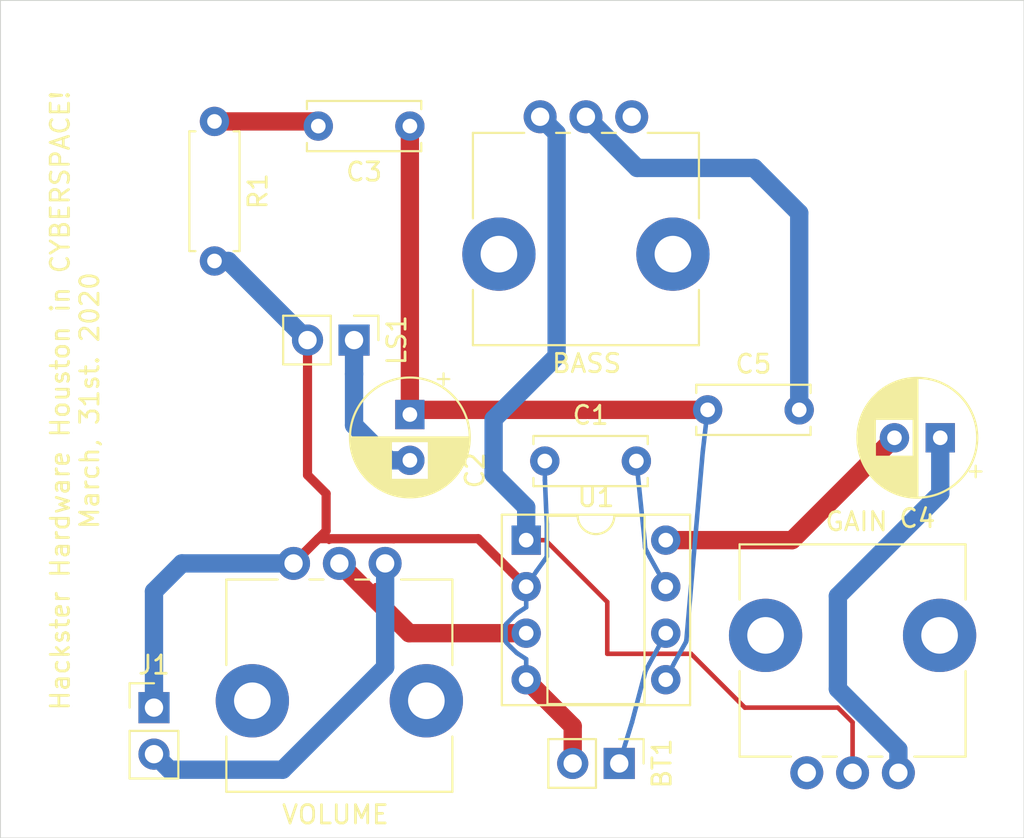
<source format=kicad_pcb>
(kicad_pcb (version 20171130) (host pcbnew 5.1.5-52549c5~84~ubuntu18.04.1)

  (general
    (thickness 1.6)
    (drawings 5)
    (tracks 111)
    (zones 0)
    (modules 13)
    (nets 15)
  )

  (page A4)
  (layers
    (0 F.Cu signal)
    (31 B.Cu signal)
    (32 B.Adhes user)
    (33 F.Adhes user)
    (34 B.Paste user)
    (35 F.Paste user)
    (36 B.SilkS user)
    (37 F.SilkS user)
    (38 B.Mask user)
    (39 F.Mask user)
    (40 Dwgs.User user)
    (41 Cmts.User user)
    (42 Eco1.User user)
    (43 Eco2.User user)
    (44 Edge.Cuts user)
    (45 Margin user)
    (46 B.CrtYd user)
    (47 F.CrtYd user)
    (48 B.Fab user)
    (49 F.Fab user)
  )

  (setup
    (last_trace_width 0.25)
    (user_trace_width 0.5)
    (user_trace_width 1)
    (user_trace_width 3)
    (trace_clearance 0.2)
    (zone_clearance 0.508)
    (zone_45_only no)
    (trace_min 0.2)
    (via_size 0.8)
    (via_drill 0.4)
    (via_min_size 0.4)
    (via_min_drill 0.3)
    (uvia_size 0.3)
    (uvia_drill 0.1)
    (uvias_allowed no)
    (uvia_min_size 0.2)
    (uvia_min_drill 0.1)
    (edge_width 0.05)
    (segment_width 0.2)
    (pcb_text_width 0.3)
    (pcb_text_size 1.5 1.5)
    (mod_edge_width 0.12)
    (mod_text_size 1 1)
    (mod_text_width 0.15)
    (pad_size 1.524 1.524)
    (pad_drill 0.762)
    (pad_to_mask_clearance 0.051)
    (solder_mask_min_width 0.25)
    (aux_axis_origin 0 0)
    (visible_elements FFFFFF7F)
    (pcbplotparams
      (layerselection 0x010fc_ffffffff)
      (usegerberextensions false)
      (usegerberattributes false)
      (usegerberadvancedattributes false)
      (creategerberjobfile false)
      (excludeedgelayer true)
      (linewidth 0.100000)
      (plotframeref false)
      (viasonmask false)
      (mode 1)
      (useauxorigin false)
      (hpglpennumber 1)
      (hpglpenspeed 20)
      (hpglpendiameter 15.000000)
      (psnegative false)
      (psa4output false)
      (plotreference true)
      (plotvalue true)
      (plotinvisibletext false)
      (padsonsilk false)
      (subtractmaskfromsilk false)
      (outputformat 1)
      (mirror false)
      (drillshape 0)
      (scaleselection 1)
      (outputdirectory "gerber/"))
  )

  (net 0 "")
  (net 1 "Net-(BT1-Pad1)")
  (net 2 GND)
  (net 3 "Net-(C1-Pad2)")
  (net 4 "Net-(C2-Pad1)")
  (net 5 "Net-(C2-Pad2)")
  (net 6 "Net-(C3-Pad2)")
  (net 7 "Net-(C4-Pad2)")
  (net 8 "Net-(C4-Pad1)")
  (net 9 "Net-(J1-Pad2)")
  (net 10 "Net-(BASE1-Pad3)")
  (net 11 "Net-(BASE1-Pad2)")
  (net 12 "Net-(BASE1-Pad1)")
  (net 13 "Net-(GAIN1-Pad3)")
  (net 14 "Net-(U1-Pad3)")

  (net_class Default "This is the default net class."
    (clearance 0.2)
    (trace_width 0.25)
    (via_dia 0.8)
    (via_drill 0.4)
    (uvia_dia 0.3)
    (uvia_drill 0.1)
    (add_net GND)
    (add_net "Net-(BASE1-Pad1)")
    (add_net "Net-(BASE1-Pad2)")
    (add_net "Net-(BASE1-Pad3)")
    (add_net "Net-(BT1-Pad1)")
    (add_net "Net-(C1-Pad2)")
    (add_net "Net-(C2-Pad1)")
    (add_net "Net-(C2-Pad2)")
    (add_net "Net-(C3-Pad2)")
    (add_net "Net-(C4-Pad1)")
    (add_net "Net-(C4-Pad2)")
    (add_net "Net-(GAIN1-Pad3)")
    (add_net "Net-(J1-Pad2)")
    (add_net "Net-(U1-Pad3)")
  )

  (module Connector_PinHeader_2.54mm:PinHeader_1x02_P2.54mm_Vertical (layer F.Cu) (tedit 59FED5CC) (tstamp 5E7B6103)
    (at 236.982 138.176 270)
    (descr "Through hole straight pin header, 1x02, 2.54mm pitch, single row")
    (tags "Through hole pin header THT 1x02 2.54mm single row")
    (path /5E7A4476)
    (fp_text reference BT1 (at 0 -2.33 90) (layer F.SilkS)
      (effects (font (size 1 1) (thickness 0.15)))
    )
    (fp_text value Battery (at 0 4.87 90) (layer F.Fab)
      (effects (font (size 1 1) (thickness 0.15)))
    )
    (fp_line (start -0.635 -1.27) (end 1.27 -1.27) (layer F.Fab) (width 0.1))
    (fp_line (start 1.27 -1.27) (end 1.27 3.81) (layer F.Fab) (width 0.1))
    (fp_line (start 1.27 3.81) (end -1.27 3.81) (layer F.Fab) (width 0.1))
    (fp_line (start -1.27 3.81) (end -1.27 -0.635) (layer F.Fab) (width 0.1))
    (fp_line (start -1.27 -0.635) (end -0.635 -1.27) (layer F.Fab) (width 0.1))
    (fp_line (start -1.33 3.87) (end 1.33 3.87) (layer F.SilkS) (width 0.12))
    (fp_line (start -1.33 1.27) (end -1.33 3.87) (layer F.SilkS) (width 0.12))
    (fp_line (start 1.33 1.27) (end 1.33 3.87) (layer F.SilkS) (width 0.12))
    (fp_line (start -1.33 1.27) (end 1.33 1.27) (layer F.SilkS) (width 0.12))
    (fp_line (start -1.33 0) (end -1.33 -1.33) (layer F.SilkS) (width 0.12))
    (fp_line (start -1.33 -1.33) (end 0 -1.33) (layer F.SilkS) (width 0.12))
    (fp_line (start -1.8 -1.8) (end -1.8 4.35) (layer F.CrtYd) (width 0.05))
    (fp_line (start -1.8 4.35) (end 1.8 4.35) (layer F.CrtYd) (width 0.05))
    (fp_line (start 1.8 4.35) (end 1.8 -1.8) (layer F.CrtYd) (width 0.05))
    (fp_line (start 1.8 -1.8) (end -1.8 -1.8) (layer F.CrtYd) (width 0.05))
    (fp_text user %R (at 0 1.27) (layer F.Fab)
      (effects (font (size 1 1) (thickness 0.15)))
    )
    (pad 1 thru_hole rect (at 0 0 270) (size 1.7 1.7) (drill 1) (layers *.Cu *.Mask)
      (net 1 "Net-(BT1-Pad1)"))
    (pad 2 thru_hole oval (at 0 2.54 270) (size 1.7 1.7) (drill 1) (layers *.Cu *.Mask)
      (net 2 GND))
    (model ${KISYS3DMOD}/Connector_PinHeader_2.54mm.3dshapes/PinHeader_1x02_P2.54mm_Vertical.wrl
      (at (xyz 0 0 0))
      (scale (xyz 1 1 1))
      (rotate (xyz 0 0 0))
    )
  )

  (module Capacitor_THT:C_Disc_D6.0mm_W2.5mm_P5.00mm (layer F.Cu) (tedit 5AE50EF0) (tstamp 5E7B5ED1)
    (at 232.918 121.666)
    (descr "C, Disc series, Radial, pin pitch=5.00mm, , diameter*width=6*2.5mm^2, Capacitor, http://cdn-reichelt.de/documents/datenblatt/B300/DS_KERKO_TC.pdf")
    (tags "C Disc series Radial pin pitch 5.00mm  diameter 6mm width 2.5mm Capacitor")
    (path /5E7DA7E6)
    (fp_text reference C1 (at 2.5 -2.5) (layer F.SilkS)
      (effects (font (size 1 1) (thickness 0.15)))
    )
    (fp_text value 100nF (at 2.5 2.5) (layer F.Fab)
      (effects (font (size 1 1) (thickness 0.15)))
    )
    (fp_text user %R (at 2.5 0) (layer F.Fab)
      (effects (font (size 1 1) (thickness 0.15)))
    )
    (fp_line (start 6.05 -1.5) (end -1.05 -1.5) (layer F.CrtYd) (width 0.05))
    (fp_line (start 6.05 1.5) (end 6.05 -1.5) (layer F.CrtYd) (width 0.05))
    (fp_line (start -1.05 1.5) (end 6.05 1.5) (layer F.CrtYd) (width 0.05))
    (fp_line (start -1.05 -1.5) (end -1.05 1.5) (layer F.CrtYd) (width 0.05))
    (fp_line (start 5.62 0.925) (end 5.62 1.37) (layer F.SilkS) (width 0.12))
    (fp_line (start 5.62 -1.37) (end 5.62 -0.925) (layer F.SilkS) (width 0.12))
    (fp_line (start -0.62 0.925) (end -0.62 1.37) (layer F.SilkS) (width 0.12))
    (fp_line (start -0.62 -1.37) (end -0.62 -0.925) (layer F.SilkS) (width 0.12))
    (fp_line (start -0.62 1.37) (end 5.62 1.37) (layer F.SilkS) (width 0.12))
    (fp_line (start -0.62 -1.37) (end 5.62 -1.37) (layer F.SilkS) (width 0.12))
    (fp_line (start 5.5 -1.25) (end -0.5 -1.25) (layer F.Fab) (width 0.1))
    (fp_line (start 5.5 1.25) (end 5.5 -1.25) (layer F.Fab) (width 0.1))
    (fp_line (start -0.5 1.25) (end 5.5 1.25) (layer F.Fab) (width 0.1))
    (fp_line (start -0.5 -1.25) (end -0.5 1.25) (layer F.Fab) (width 0.1))
    (pad 2 thru_hole circle (at 5 0) (size 1.6 1.6) (drill 0.8) (layers *.Cu *.Mask)
      (net 3 "Net-(C1-Pad2)"))
    (pad 1 thru_hole circle (at 0 0) (size 1.6 1.6) (drill 0.8) (layers *.Cu *.Mask)
      (net 2 GND))
    (model ${KISYS3DMOD}/Capacitor_THT.3dshapes/C_Disc_D6.0mm_W2.5mm_P5.00mm.wrl
      (at (xyz 0 0 0))
      (scale (xyz 1 1 1))
      (rotate (xyz 0 0 0))
    )
  )

  (module Capacitor_THT:C_Disc_D6.0mm_W2.5mm_P5.00mm (layer F.Cu) (tedit 5AE50EF0) (tstamp 5E7B5E95)
    (at 225.552 103.378 180)
    (descr "C, Disc series, Radial, pin pitch=5.00mm, , diameter*width=6*2.5mm^2, Capacitor, http://cdn-reichelt.de/documents/datenblatt/B300/DS_KERKO_TC.pdf")
    (tags "C Disc series Radial pin pitch 5.00mm  diameter 6mm width 2.5mm Capacitor")
    (path /5E7B62C5)
    (fp_text reference C3 (at 2.5 -2.5) (layer F.SilkS)
      (effects (font (size 1 1) (thickness 0.15)))
    )
    (fp_text value 0.05mF (at 2.5 2.5) (layer F.Fab)
      (effects (font (size 1 1) (thickness 0.15)))
    )
    (fp_line (start -0.5 -1.25) (end -0.5 1.25) (layer F.Fab) (width 0.1))
    (fp_line (start -0.5 1.25) (end 5.5 1.25) (layer F.Fab) (width 0.1))
    (fp_line (start 5.5 1.25) (end 5.5 -1.25) (layer F.Fab) (width 0.1))
    (fp_line (start 5.5 -1.25) (end -0.5 -1.25) (layer F.Fab) (width 0.1))
    (fp_line (start -0.62 -1.37) (end 5.62 -1.37) (layer F.SilkS) (width 0.12))
    (fp_line (start -0.62 1.37) (end 5.62 1.37) (layer F.SilkS) (width 0.12))
    (fp_line (start -0.62 -1.37) (end -0.62 -0.925) (layer F.SilkS) (width 0.12))
    (fp_line (start -0.62 0.925) (end -0.62 1.37) (layer F.SilkS) (width 0.12))
    (fp_line (start 5.62 -1.37) (end 5.62 -0.925) (layer F.SilkS) (width 0.12))
    (fp_line (start 5.62 0.925) (end 5.62 1.37) (layer F.SilkS) (width 0.12))
    (fp_line (start -1.05 -1.5) (end -1.05 1.5) (layer F.CrtYd) (width 0.05))
    (fp_line (start -1.05 1.5) (end 6.05 1.5) (layer F.CrtYd) (width 0.05))
    (fp_line (start 6.05 1.5) (end 6.05 -1.5) (layer F.CrtYd) (width 0.05))
    (fp_line (start 6.05 -1.5) (end -1.05 -1.5) (layer F.CrtYd) (width 0.05))
    (fp_text user %R (at 2.5 0) (layer F.Fab)
      (effects (font (size 1 1) (thickness 0.15)))
    )
    (pad 1 thru_hole circle (at 0 0 180) (size 1.6 1.6) (drill 0.8) (layers *.Cu *.Mask)
      (net 4 "Net-(C2-Pad1)"))
    (pad 2 thru_hole circle (at 5 0 180) (size 1.6 1.6) (drill 0.8) (layers *.Cu *.Mask)
      (net 6 "Net-(C3-Pad2)"))
    (model ${KISYS3DMOD}/Capacitor_THT.3dshapes/C_Disc_D6.0mm_W2.5mm_P5.00mm.wrl
      (at (xyz 0 0 0))
      (scale (xyz 1 1 1))
      (rotate (xyz 0 0 0))
    )
  )

  (module Capacitor_THT:C_Disc_D6.0mm_W2.5mm_P5.00mm (layer F.Cu) (tedit 5AE50EF0) (tstamp 5E7B6DC0)
    (at 241.808 118.872)
    (descr "C, Disc series, Radial, pin pitch=5.00mm, , diameter*width=6*2.5mm^2, Capacitor, http://cdn-reichelt.de/documents/datenblatt/B300/DS_KERKO_TC.pdf")
    (tags "C Disc series Radial pin pitch 5.00mm  diameter 6mm width 2.5mm Capacitor")
    (path /5E810764)
    (fp_text reference C5 (at 2.5 -2.5) (layer F.SilkS)
      (effects (font (size 1 1) (thickness 0.15)))
    )
    (fp_text value 0.05mF (at 2.5 2.5) (layer F.Fab)
      (effects (font (size 1 1) (thickness 0.15)))
    )
    (fp_line (start -0.5 -1.25) (end -0.5 1.25) (layer F.Fab) (width 0.1))
    (fp_line (start -0.5 1.25) (end 5.5 1.25) (layer F.Fab) (width 0.1))
    (fp_line (start 5.5 1.25) (end 5.5 -1.25) (layer F.Fab) (width 0.1))
    (fp_line (start 5.5 -1.25) (end -0.5 -1.25) (layer F.Fab) (width 0.1))
    (fp_line (start -0.62 -1.37) (end 5.62 -1.37) (layer F.SilkS) (width 0.12))
    (fp_line (start -0.62 1.37) (end 5.62 1.37) (layer F.SilkS) (width 0.12))
    (fp_line (start -0.62 -1.37) (end -0.62 -0.925) (layer F.SilkS) (width 0.12))
    (fp_line (start -0.62 0.925) (end -0.62 1.37) (layer F.SilkS) (width 0.12))
    (fp_line (start 5.62 -1.37) (end 5.62 -0.925) (layer F.SilkS) (width 0.12))
    (fp_line (start 5.62 0.925) (end 5.62 1.37) (layer F.SilkS) (width 0.12))
    (fp_line (start -1.05 -1.5) (end -1.05 1.5) (layer F.CrtYd) (width 0.05))
    (fp_line (start -1.05 1.5) (end 6.05 1.5) (layer F.CrtYd) (width 0.05))
    (fp_line (start 6.05 1.5) (end 6.05 -1.5) (layer F.CrtYd) (width 0.05))
    (fp_line (start 6.05 -1.5) (end -1.05 -1.5) (layer F.CrtYd) (width 0.05))
    (fp_text user %R (at 2.5 0) (layer F.Fab)
      (effects (font (size 1 1) (thickness 0.15)))
    )
    (pad 1 thru_hole circle (at 0 0) (size 1.6 1.6) (drill 0.8) (layers *.Cu *.Mask)
      (net 4 "Net-(C2-Pad1)"))
    (pad 2 thru_hole circle (at 5 0) (size 1.6 1.6) (drill 0.8) (layers *.Cu *.Mask)
      (net 11 "Net-(BASE1-Pad2)"))
    (model ${KISYS3DMOD}/Capacitor_THT.3dshapes/C_Disc_D6.0mm_W2.5mm_P5.00mm.wrl
      (at (xyz 0 0 0))
      (scale (xyz 1 1 1))
      (rotate (xyz 0 0 0))
    )
  )

  (module Connector_PinHeader_2.54mm:PinHeader_1x02_P2.54mm_Vertical (layer F.Cu) (tedit 59FED5CC) (tstamp 5E7B5E06)
    (at 211.582 135.128)
    (descr "Through hole straight pin header, 1x02, 2.54mm pitch, single row")
    (tags "Through hole pin header THT 1x02 2.54mm single row")
    (path /5E7EB7EE)
    (fp_text reference J1 (at 0 -2.33) (layer F.SilkS)
      (effects (font (size 1 1) (thickness 0.15)))
    )
    (fp_text value input (at 0 4.87) (layer F.Fab)
      (effects (font (size 1 1) (thickness 0.15)))
    )
    (fp_line (start -0.635 -1.27) (end 1.27 -1.27) (layer F.Fab) (width 0.1))
    (fp_line (start 1.27 -1.27) (end 1.27 3.81) (layer F.Fab) (width 0.1))
    (fp_line (start 1.27 3.81) (end -1.27 3.81) (layer F.Fab) (width 0.1))
    (fp_line (start -1.27 3.81) (end -1.27 -0.635) (layer F.Fab) (width 0.1))
    (fp_line (start -1.27 -0.635) (end -0.635 -1.27) (layer F.Fab) (width 0.1))
    (fp_line (start -1.33 3.87) (end 1.33 3.87) (layer F.SilkS) (width 0.12))
    (fp_line (start -1.33 1.27) (end -1.33 3.87) (layer F.SilkS) (width 0.12))
    (fp_line (start 1.33 1.27) (end 1.33 3.87) (layer F.SilkS) (width 0.12))
    (fp_line (start -1.33 1.27) (end 1.33 1.27) (layer F.SilkS) (width 0.12))
    (fp_line (start -1.33 0) (end -1.33 -1.33) (layer F.SilkS) (width 0.12))
    (fp_line (start -1.33 -1.33) (end 0 -1.33) (layer F.SilkS) (width 0.12))
    (fp_line (start -1.8 -1.8) (end -1.8 4.35) (layer F.CrtYd) (width 0.05))
    (fp_line (start -1.8 4.35) (end 1.8 4.35) (layer F.CrtYd) (width 0.05))
    (fp_line (start 1.8 4.35) (end 1.8 -1.8) (layer F.CrtYd) (width 0.05))
    (fp_line (start 1.8 -1.8) (end -1.8 -1.8) (layer F.CrtYd) (width 0.05))
    (fp_text user %R (at 0 1.27 90) (layer F.Fab)
      (effects (font (size 1 1) (thickness 0.15)))
    )
    (pad 1 thru_hole rect (at 0 0) (size 1.7 1.7) (drill 1) (layers *.Cu *.Mask)
      (net 2 GND))
    (pad 2 thru_hole oval (at 0 2.54) (size 1.7 1.7) (drill 1) (layers *.Cu *.Mask)
      (net 9 "Net-(J1-Pad2)"))
    (model ${KISYS3DMOD}/Connector_PinHeader_2.54mm.3dshapes/PinHeader_1x02_P2.54mm_Vertical.wrl
      (at (xyz 0 0 0))
      (scale (xyz 1 1 1))
      (rotate (xyz 0 0 0))
    )
  )

  (module Connector_PinHeader_2.54mm:PinHeader_1x02_P2.54mm_Vertical (layer F.Cu) (tedit 59FED5CC) (tstamp 5E7B5DC7)
    (at 222.504 115.062 270)
    (descr "Through hole straight pin header, 1x02, 2.54mm pitch, single row")
    (tags "Through hole pin header THT 1x02 2.54mm single row")
    (path /5E7AAA92)
    (fp_text reference LS1 (at 0 -2.33 90) (layer F.SilkS)
      (effects (font (size 1 1) (thickness 0.15)))
    )
    (fp_text value Speaker (at 0 4.87 90) (layer F.Fab)
      (effects (font (size 1 1) (thickness 0.15)))
    )
    (fp_text user %R (at 0 1.27) (layer F.Fab)
      (effects (font (size 1 1) (thickness 0.15)))
    )
    (fp_line (start 1.8 -1.8) (end -1.8 -1.8) (layer F.CrtYd) (width 0.05))
    (fp_line (start 1.8 4.35) (end 1.8 -1.8) (layer F.CrtYd) (width 0.05))
    (fp_line (start -1.8 4.35) (end 1.8 4.35) (layer F.CrtYd) (width 0.05))
    (fp_line (start -1.8 -1.8) (end -1.8 4.35) (layer F.CrtYd) (width 0.05))
    (fp_line (start -1.33 -1.33) (end 0 -1.33) (layer F.SilkS) (width 0.12))
    (fp_line (start -1.33 0) (end -1.33 -1.33) (layer F.SilkS) (width 0.12))
    (fp_line (start -1.33 1.27) (end 1.33 1.27) (layer F.SilkS) (width 0.12))
    (fp_line (start 1.33 1.27) (end 1.33 3.87) (layer F.SilkS) (width 0.12))
    (fp_line (start -1.33 1.27) (end -1.33 3.87) (layer F.SilkS) (width 0.12))
    (fp_line (start -1.33 3.87) (end 1.33 3.87) (layer F.SilkS) (width 0.12))
    (fp_line (start -1.27 -0.635) (end -0.635 -1.27) (layer F.Fab) (width 0.1))
    (fp_line (start -1.27 3.81) (end -1.27 -0.635) (layer F.Fab) (width 0.1))
    (fp_line (start 1.27 3.81) (end -1.27 3.81) (layer F.Fab) (width 0.1))
    (fp_line (start 1.27 -1.27) (end 1.27 3.81) (layer F.Fab) (width 0.1))
    (fp_line (start -0.635 -1.27) (end 1.27 -1.27) (layer F.Fab) (width 0.1))
    (pad 2 thru_hole oval (at 0 2.54 270) (size 1.7 1.7) (drill 1) (layers *.Cu *.Mask)
      (net 2 GND))
    (pad 1 thru_hole rect (at 0 0 270) (size 1.7 1.7) (drill 1) (layers *.Cu *.Mask)
      (net 5 "Net-(C2-Pad2)"))
    (model ${KISYS3DMOD}/Connector_PinHeader_2.54mm.3dshapes/PinHeader_1x02_P2.54mm_Vertical.wrl
      (at (xyz 0 0 0))
      (scale (xyz 1 1 1))
      (rotate (xyz 0 0 0))
    )
  )

  (module Package_DIP:DIP-8_W7.62mm_Socket (layer F.Cu) (tedit 5A02E8C5) (tstamp 5E7B63F0)
    (at 231.902 125.984)
    (descr "8-lead though-hole mounted DIP package, row spacing 7.62 mm (300 mils), Socket")
    (tags "THT DIP DIL PDIP 2.54mm 7.62mm 300mil Socket")
    (path /5E7A2217)
    (fp_text reference U1 (at 3.81 -2.33) (layer F.SilkS)
      (effects (font (size 1 1) (thickness 0.15)))
    )
    (fp_text value LM386 (at 3.81 9.95) (layer F.Fab)
      (effects (font (size 1 1) (thickness 0.15)))
    )
    (fp_arc (start 3.81 -1.33) (end 2.81 -1.33) (angle -180) (layer F.SilkS) (width 0.12))
    (fp_line (start 1.635 -1.27) (end 6.985 -1.27) (layer F.Fab) (width 0.1))
    (fp_line (start 6.985 -1.27) (end 6.985 8.89) (layer F.Fab) (width 0.1))
    (fp_line (start 6.985 8.89) (end 0.635 8.89) (layer F.Fab) (width 0.1))
    (fp_line (start 0.635 8.89) (end 0.635 -0.27) (layer F.Fab) (width 0.1))
    (fp_line (start 0.635 -0.27) (end 1.635 -1.27) (layer F.Fab) (width 0.1))
    (fp_line (start -1.27 -1.33) (end -1.27 8.95) (layer F.Fab) (width 0.1))
    (fp_line (start -1.27 8.95) (end 8.89 8.95) (layer F.Fab) (width 0.1))
    (fp_line (start 8.89 8.95) (end 8.89 -1.33) (layer F.Fab) (width 0.1))
    (fp_line (start 8.89 -1.33) (end -1.27 -1.33) (layer F.Fab) (width 0.1))
    (fp_line (start 2.81 -1.33) (end 1.16 -1.33) (layer F.SilkS) (width 0.12))
    (fp_line (start 1.16 -1.33) (end 1.16 8.95) (layer F.SilkS) (width 0.12))
    (fp_line (start 1.16 8.95) (end 6.46 8.95) (layer F.SilkS) (width 0.12))
    (fp_line (start 6.46 8.95) (end 6.46 -1.33) (layer F.SilkS) (width 0.12))
    (fp_line (start 6.46 -1.33) (end 4.81 -1.33) (layer F.SilkS) (width 0.12))
    (fp_line (start -1.33 -1.39) (end -1.33 9.01) (layer F.SilkS) (width 0.12))
    (fp_line (start -1.33 9.01) (end 8.95 9.01) (layer F.SilkS) (width 0.12))
    (fp_line (start 8.95 9.01) (end 8.95 -1.39) (layer F.SilkS) (width 0.12))
    (fp_line (start 8.95 -1.39) (end -1.33 -1.39) (layer F.SilkS) (width 0.12))
    (fp_line (start -1.55 -1.6) (end -1.55 9.2) (layer F.CrtYd) (width 0.05))
    (fp_line (start -1.55 9.2) (end 9.15 9.2) (layer F.CrtYd) (width 0.05))
    (fp_line (start 9.15 9.2) (end 9.15 -1.6) (layer F.CrtYd) (width 0.05))
    (fp_line (start 9.15 -1.6) (end -1.55 -1.6) (layer F.CrtYd) (width 0.05))
    (fp_text user %R (at 3.81 3.81) (layer F.Fab)
      (effects (font (size 1 1) (thickness 0.15)))
    )
    (pad 1 thru_hole rect (at 0 0) (size 1.6 1.6) (drill 0.8) (layers *.Cu *.Mask)
      (net 12 "Net-(BASE1-Pad1)"))
    (pad 5 thru_hole oval (at 7.62 7.62) (size 1.6 1.6) (drill 0.8) (layers *.Cu *.Mask)
      (net 4 "Net-(C2-Pad1)"))
    (pad 2 thru_hole oval (at 0 2.54) (size 1.6 1.6) (drill 0.8) (layers *.Cu *.Mask)
      (net 2 GND))
    (pad 6 thru_hole oval (at 7.62 5.08) (size 1.6 1.6) (drill 0.8) (layers *.Cu *.Mask)
      (net 1 "Net-(BT1-Pad1)"))
    (pad 3 thru_hole oval (at 0 5.08) (size 1.6 1.6) (drill 0.8) (layers *.Cu *.Mask)
      (net 14 "Net-(U1-Pad3)"))
    (pad 7 thru_hole oval (at 7.62 2.54) (size 1.6 1.6) (drill 0.8) (layers *.Cu *.Mask)
      (net 3 "Net-(C1-Pad2)"))
    (pad 4 thru_hole oval (at 0 7.62) (size 1.6 1.6) (drill 0.8) (layers *.Cu *.Mask)
      (net 2 GND))
    (pad 8 thru_hole oval (at 7.62 0) (size 1.6 1.6) (drill 0.8) (layers *.Cu *.Mask)
      (net 7 "Net-(C4-Pad2)"))
    (model ${KISYS3DMOD}/Package_DIP.3dshapes/DIP-8_W7.62mm_Socket.wrl
      (at (xyz 0 0 0))
      (scale (xyz 1 1 1))
      (rotate (xyz 0 0 0))
    )
  )

  (module Potentiometer_THT:Potentiometer_Alps_RK09L_Single_Vertical (layer F.Cu) (tedit 5A3D4993) (tstamp 5E7B5E4B)
    (at 232.664 102.87 270)
    (descr "Potentiometer, vertical, Alps RK09L Single, http://www.alps.com/prod/info/E/HTML/Potentiometer/RotaryPotentiometers/RK09L/RK09L_list.html")
    (tags "Potentiometer vertical Alps RK09L Single")
    (path /5E8123FA)
    (fp_text reference BASS (at 13.462 -2.54 180) (layer F.SilkS)
      (effects (font (size 1 1) (thickness 0.15)))
    )
    (fp_text value 10k (at 2.794 2.032 180) (layer F.Fab)
      (effects (font (size 1 1) (thickness 0.15)))
    )
    (fp_circle (center 7.5 -2.5) (end 10.5 -2.5) (layer F.Fab) (width 0.1))
    (fp_line (start 1 -8.55) (end 1 3.55) (layer F.Fab) (width 0.1))
    (fp_line (start 1 3.55) (end 12.35 3.55) (layer F.Fab) (width 0.1))
    (fp_line (start 12.35 3.55) (end 12.35 -8.55) (layer F.Fab) (width 0.1))
    (fp_line (start 12.35 -8.55) (end 1 -8.55) (layer F.Fab) (width 0.1))
    (fp_line (start 0.88 -8.67) (end 5.546 -8.67) (layer F.SilkS) (width 0.12))
    (fp_line (start 9.455 -8.67) (end 12.47 -8.67) (layer F.SilkS) (width 0.12))
    (fp_line (start 0.88 3.67) (end 5.546 3.67) (layer F.SilkS) (width 0.12))
    (fp_line (start 9.455 3.67) (end 12.47 3.67) (layer F.SilkS) (width 0.12))
    (fp_line (start 0.88 -8.67) (end 0.88 -5.871) (layer F.SilkS) (width 0.12))
    (fp_line (start 0.88 -4.129) (end 0.88 -3.37) (layer F.SilkS) (width 0.12))
    (fp_line (start 0.88 -1.629) (end 0.88 -0.87) (layer F.SilkS) (width 0.12))
    (fp_line (start 0.88 0.87) (end 0.88 3.67) (layer F.SilkS) (width 0.12))
    (fp_line (start 12.47 -8.67) (end 12.47 3.67) (layer F.SilkS) (width 0.12))
    (fp_line (start -1.15 -9.5) (end -1.15 4.5) (layer F.CrtYd) (width 0.05))
    (fp_line (start -1.15 4.5) (end 12.6 4.5) (layer F.CrtYd) (width 0.05))
    (fp_line (start 12.6 4.5) (end 12.6 -9.5) (layer F.CrtYd) (width 0.05))
    (fp_line (start 12.6 -9.5) (end -1.15 -9.5) (layer F.CrtYd) (width 0.05))
    (fp_text user %R (at 2 -2.5) (layer F.Fab)
      (effects (font (size 1 1) (thickness 0.15)))
    )
    (pad 3 thru_hole circle (at 0 -5 270) (size 1.8 1.8) (drill 1) (layers *.Cu *.Mask)
      (net 10 "Net-(BASE1-Pad3)"))
    (pad 2 thru_hole circle (at 0 -2.5 270) (size 1.8 1.8) (drill 1) (layers *.Cu *.Mask)
      (net 11 "Net-(BASE1-Pad2)"))
    (pad 1 thru_hole circle (at 0 0 270) (size 1.8 1.8) (drill 1) (layers *.Cu *.Mask)
      (net 12 "Net-(BASE1-Pad1)"))
    (pad "" np_thru_hole circle (at 7.5 -7.25 270) (size 4 4) (drill 2) (layers *.Cu *.Mask))
    (pad "" np_thru_hole circle (at 7.5 2.25 270) (size 4 4) (drill 2) (layers *.Cu *.Mask))
    (model ${KISYS3DMOD}/Potentiometer_THT.3dshapes/Potentiometer_Alps_RK09L_Single_Vertical.wrl
      (at (xyz 0 0 0))
      (scale (xyz 1 1 1))
      (rotate (xyz 0 0 0))
    )
  )

  (module Capacitor_THT:CP_Radial_D6.3mm_P2.50mm (layer F.Cu) (tedit 5AE50EF0) (tstamp 5E7B5F8C)
    (at 225.552 119.126 270)
    (descr "CP, Radial series, Radial, pin pitch=2.50mm, , diameter=6.3mm, Electrolytic Capacitor")
    (tags "CP Radial series Radial pin pitch 2.50mm  diameter 6.3mm Electrolytic Capacitor")
    (path /5E7AE473)
    (fp_text reference C2 (at 3.048 -3.556 270) (layer F.SilkS)
      (effects (font (size 1 1) (thickness 0.15)))
    )
    (fp_text value 250mF (at 5.334 0 180) (layer F.Fab)
      (effects (font (size 1 1) (thickness 0.15)))
    )
    (fp_circle (center 1.25 0) (end 4.4 0) (layer F.Fab) (width 0.1))
    (fp_circle (center 1.25 0) (end 4.52 0) (layer F.SilkS) (width 0.12))
    (fp_circle (center 1.25 0) (end 4.65 0) (layer F.CrtYd) (width 0.05))
    (fp_line (start -1.443972 -1.3735) (end -0.813972 -1.3735) (layer F.Fab) (width 0.1))
    (fp_line (start -1.128972 -1.6885) (end -1.128972 -1.0585) (layer F.Fab) (width 0.1))
    (fp_line (start 1.25 -3.23) (end 1.25 3.23) (layer F.SilkS) (width 0.12))
    (fp_line (start 1.29 -3.23) (end 1.29 3.23) (layer F.SilkS) (width 0.12))
    (fp_line (start 1.33 -3.23) (end 1.33 3.23) (layer F.SilkS) (width 0.12))
    (fp_line (start 1.37 -3.228) (end 1.37 3.228) (layer F.SilkS) (width 0.12))
    (fp_line (start 1.41 -3.227) (end 1.41 3.227) (layer F.SilkS) (width 0.12))
    (fp_line (start 1.45 -3.224) (end 1.45 3.224) (layer F.SilkS) (width 0.12))
    (fp_line (start 1.49 -3.222) (end 1.49 -1.04) (layer F.SilkS) (width 0.12))
    (fp_line (start 1.49 1.04) (end 1.49 3.222) (layer F.SilkS) (width 0.12))
    (fp_line (start 1.53 -3.218) (end 1.53 -1.04) (layer F.SilkS) (width 0.12))
    (fp_line (start 1.53 1.04) (end 1.53 3.218) (layer F.SilkS) (width 0.12))
    (fp_line (start 1.57 -3.215) (end 1.57 -1.04) (layer F.SilkS) (width 0.12))
    (fp_line (start 1.57 1.04) (end 1.57 3.215) (layer F.SilkS) (width 0.12))
    (fp_line (start 1.61 -3.211) (end 1.61 -1.04) (layer F.SilkS) (width 0.12))
    (fp_line (start 1.61 1.04) (end 1.61 3.211) (layer F.SilkS) (width 0.12))
    (fp_line (start 1.65 -3.206) (end 1.65 -1.04) (layer F.SilkS) (width 0.12))
    (fp_line (start 1.65 1.04) (end 1.65 3.206) (layer F.SilkS) (width 0.12))
    (fp_line (start 1.69 -3.201) (end 1.69 -1.04) (layer F.SilkS) (width 0.12))
    (fp_line (start 1.69 1.04) (end 1.69 3.201) (layer F.SilkS) (width 0.12))
    (fp_line (start 1.73 -3.195) (end 1.73 -1.04) (layer F.SilkS) (width 0.12))
    (fp_line (start 1.73 1.04) (end 1.73 3.195) (layer F.SilkS) (width 0.12))
    (fp_line (start 1.77 -3.189) (end 1.77 -1.04) (layer F.SilkS) (width 0.12))
    (fp_line (start 1.77 1.04) (end 1.77 3.189) (layer F.SilkS) (width 0.12))
    (fp_line (start 1.81 -3.182) (end 1.81 -1.04) (layer F.SilkS) (width 0.12))
    (fp_line (start 1.81 1.04) (end 1.81 3.182) (layer F.SilkS) (width 0.12))
    (fp_line (start 1.85 -3.175) (end 1.85 -1.04) (layer F.SilkS) (width 0.12))
    (fp_line (start 1.85 1.04) (end 1.85 3.175) (layer F.SilkS) (width 0.12))
    (fp_line (start 1.89 -3.167) (end 1.89 -1.04) (layer F.SilkS) (width 0.12))
    (fp_line (start 1.89 1.04) (end 1.89 3.167) (layer F.SilkS) (width 0.12))
    (fp_line (start 1.93 -3.159) (end 1.93 -1.04) (layer F.SilkS) (width 0.12))
    (fp_line (start 1.93 1.04) (end 1.93 3.159) (layer F.SilkS) (width 0.12))
    (fp_line (start 1.971 -3.15) (end 1.971 -1.04) (layer F.SilkS) (width 0.12))
    (fp_line (start 1.971 1.04) (end 1.971 3.15) (layer F.SilkS) (width 0.12))
    (fp_line (start 2.011 -3.141) (end 2.011 -1.04) (layer F.SilkS) (width 0.12))
    (fp_line (start 2.011 1.04) (end 2.011 3.141) (layer F.SilkS) (width 0.12))
    (fp_line (start 2.051 -3.131) (end 2.051 -1.04) (layer F.SilkS) (width 0.12))
    (fp_line (start 2.051 1.04) (end 2.051 3.131) (layer F.SilkS) (width 0.12))
    (fp_line (start 2.091 -3.121) (end 2.091 -1.04) (layer F.SilkS) (width 0.12))
    (fp_line (start 2.091 1.04) (end 2.091 3.121) (layer F.SilkS) (width 0.12))
    (fp_line (start 2.131 -3.11) (end 2.131 -1.04) (layer F.SilkS) (width 0.12))
    (fp_line (start 2.131 1.04) (end 2.131 3.11) (layer F.SilkS) (width 0.12))
    (fp_line (start 2.171 -3.098) (end 2.171 -1.04) (layer F.SilkS) (width 0.12))
    (fp_line (start 2.171 1.04) (end 2.171 3.098) (layer F.SilkS) (width 0.12))
    (fp_line (start 2.211 -3.086) (end 2.211 -1.04) (layer F.SilkS) (width 0.12))
    (fp_line (start 2.211 1.04) (end 2.211 3.086) (layer F.SilkS) (width 0.12))
    (fp_line (start 2.251 -3.074) (end 2.251 -1.04) (layer F.SilkS) (width 0.12))
    (fp_line (start 2.251 1.04) (end 2.251 3.074) (layer F.SilkS) (width 0.12))
    (fp_line (start 2.291 -3.061) (end 2.291 -1.04) (layer F.SilkS) (width 0.12))
    (fp_line (start 2.291 1.04) (end 2.291 3.061) (layer F.SilkS) (width 0.12))
    (fp_line (start 2.331 -3.047) (end 2.331 -1.04) (layer F.SilkS) (width 0.12))
    (fp_line (start 2.331 1.04) (end 2.331 3.047) (layer F.SilkS) (width 0.12))
    (fp_line (start 2.371 -3.033) (end 2.371 -1.04) (layer F.SilkS) (width 0.12))
    (fp_line (start 2.371 1.04) (end 2.371 3.033) (layer F.SilkS) (width 0.12))
    (fp_line (start 2.411 -3.018) (end 2.411 -1.04) (layer F.SilkS) (width 0.12))
    (fp_line (start 2.411 1.04) (end 2.411 3.018) (layer F.SilkS) (width 0.12))
    (fp_line (start 2.451 -3.002) (end 2.451 -1.04) (layer F.SilkS) (width 0.12))
    (fp_line (start 2.451 1.04) (end 2.451 3.002) (layer F.SilkS) (width 0.12))
    (fp_line (start 2.491 -2.986) (end 2.491 -1.04) (layer F.SilkS) (width 0.12))
    (fp_line (start 2.491 1.04) (end 2.491 2.986) (layer F.SilkS) (width 0.12))
    (fp_line (start 2.531 -2.97) (end 2.531 -1.04) (layer F.SilkS) (width 0.12))
    (fp_line (start 2.531 1.04) (end 2.531 2.97) (layer F.SilkS) (width 0.12))
    (fp_line (start 2.571 -2.952) (end 2.571 -1.04) (layer F.SilkS) (width 0.12))
    (fp_line (start 2.571 1.04) (end 2.571 2.952) (layer F.SilkS) (width 0.12))
    (fp_line (start 2.611 -2.934) (end 2.611 -1.04) (layer F.SilkS) (width 0.12))
    (fp_line (start 2.611 1.04) (end 2.611 2.934) (layer F.SilkS) (width 0.12))
    (fp_line (start 2.651 -2.916) (end 2.651 -1.04) (layer F.SilkS) (width 0.12))
    (fp_line (start 2.651 1.04) (end 2.651 2.916) (layer F.SilkS) (width 0.12))
    (fp_line (start 2.691 -2.896) (end 2.691 -1.04) (layer F.SilkS) (width 0.12))
    (fp_line (start 2.691 1.04) (end 2.691 2.896) (layer F.SilkS) (width 0.12))
    (fp_line (start 2.731 -2.876) (end 2.731 -1.04) (layer F.SilkS) (width 0.12))
    (fp_line (start 2.731 1.04) (end 2.731 2.876) (layer F.SilkS) (width 0.12))
    (fp_line (start 2.771 -2.856) (end 2.771 -1.04) (layer F.SilkS) (width 0.12))
    (fp_line (start 2.771 1.04) (end 2.771 2.856) (layer F.SilkS) (width 0.12))
    (fp_line (start 2.811 -2.834) (end 2.811 -1.04) (layer F.SilkS) (width 0.12))
    (fp_line (start 2.811 1.04) (end 2.811 2.834) (layer F.SilkS) (width 0.12))
    (fp_line (start 2.851 -2.812) (end 2.851 -1.04) (layer F.SilkS) (width 0.12))
    (fp_line (start 2.851 1.04) (end 2.851 2.812) (layer F.SilkS) (width 0.12))
    (fp_line (start 2.891 -2.79) (end 2.891 -1.04) (layer F.SilkS) (width 0.12))
    (fp_line (start 2.891 1.04) (end 2.891 2.79) (layer F.SilkS) (width 0.12))
    (fp_line (start 2.931 -2.766) (end 2.931 -1.04) (layer F.SilkS) (width 0.12))
    (fp_line (start 2.931 1.04) (end 2.931 2.766) (layer F.SilkS) (width 0.12))
    (fp_line (start 2.971 -2.742) (end 2.971 -1.04) (layer F.SilkS) (width 0.12))
    (fp_line (start 2.971 1.04) (end 2.971 2.742) (layer F.SilkS) (width 0.12))
    (fp_line (start 3.011 -2.716) (end 3.011 -1.04) (layer F.SilkS) (width 0.12))
    (fp_line (start 3.011 1.04) (end 3.011 2.716) (layer F.SilkS) (width 0.12))
    (fp_line (start 3.051 -2.69) (end 3.051 -1.04) (layer F.SilkS) (width 0.12))
    (fp_line (start 3.051 1.04) (end 3.051 2.69) (layer F.SilkS) (width 0.12))
    (fp_line (start 3.091 -2.664) (end 3.091 -1.04) (layer F.SilkS) (width 0.12))
    (fp_line (start 3.091 1.04) (end 3.091 2.664) (layer F.SilkS) (width 0.12))
    (fp_line (start 3.131 -2.636) (end 3.131 -1.04) (layer F.SilkS) (width 0.12))
    (fp_line (start 3.131 1.04) (end 3.131 2.636) (layer F.SilkS) (width 0.12))
    (fp_line (start 3.171 -2.607) (end 3.171 -1.04) (layer F.SilkS) (width 0.12))
    (fp_line (start 3.171 1.04) (end 3.171 2.607) (layer F.SilkS) (width 0.12))
    (fp_line (start 3.211 -2.578) (end 3.211 -1.04) (layer F.SilkS) (width 0.12))
    (fp_line (start 3.211 1.04) (end 3.211 2.578) (layer F.SilkS) (width 0.12))
    (fp_line (start 3.251 -2.548) (end 3.251 -1.04) (layer F.SilkS) (width 0.12))
    (fp_line (start 3.251 1.04) (end 3.251 2.548) (layer F.SilkS) (width 0.12))
    (fp_line (start 3.291 -2.516) (end 3.291 -1.04) (layer F.SilkS) (width 0.12))
    (fp_line (start 3.291 1.04) (end 3.291 2.516) (layer F.SilkS) (width 0.12))
    (fp_line (start 3.331 -2.484) (end 3.331 -1.04) (layer F.SilkS) (width 0.12))
    (fp_line (start 3.331 1.04) (end 3.331 2.484) (layer F.SilkS) (width 0.12))
    (fp_line (start 3.371 -2.45) (end 3.371 -1.04) (layer F.SilkS) (width 0.12))
    (fp_line (start 3.371 1.04) (end 3.371 2.45) (layer F.SilkS) (width 0.12))
    (fp_line (start 3.411 -2.416) (end 3.411 -1.04) (layer F.SilkS) (width 0.12))
    (fp_line (start 3.411 1.04) (end 3.411 2.416) (layer F.SilkS) (width 0.12))
    (fp_line (start 3.451 -2.38) (end 3.451 -1.04) (layer F.SilkS) (width 0.12))
    (fp_line (start 3.451 1.04) (end 3.451 2.38) (layer F.SilkS) (width 0.12))
    (fp_line (start 3.491 -2.343) (end 3.491 -1.04) (layer F.SilkS) (width 0.12))
    (fp_line (start 3.491 1.04) (end 3.491 2.343) (layer F.SilkS) (width 0.12))
    (fp_line (start 3.531 -2.305) (end 3.531 -1.04) (layer F.SilkS) (width 0.12))
    (fp_line (start 3.531 1.04) (end 3.531 2.305) (layer F.SilkS) (width 0.12))
    (fp_line (start 3.571 -2.265) (end 3.571 2.265) (layer F.SilkS) (width 0.12))
    (fp_line (start 3.611 -2.224) (end 3.611 2.224) (layer F.SilkS) (width 0.12))
    (fp_line (start 3.651 -2.182) (end 3.651 2.182) (layer F.SilkS) (width 0.12))
    (fp_line (start 3.691 -2.137) (end 3.691 2.137) (layer F.SilkS) (width 0.12))
    (fp_line (start 3.731 -2.092) (end 3.731 2.092) (layer F.SilkS) (width 0.12))
    (fp_line (start 3.771 -2.044) (end 3.771 2.044) (layer F.SilkS) (width 0.12))
    (fp_line (start 3.811 -1.995) (end 3.811 1.995) (layer F.SilkS) (width 0.12))
    (fp_line (start 3.851 -1.944) (end 3.851 1.944) (layer F.SilkS) (width 0.12))
    (fp_line (start 3.891 -1.89) (end 3.891 1.89) (layer F.SilkS) (width 0.12))
    (fp_line (start 3.931 -1.834) (end 3.931 1.834) (layer F.SilkS) (width 0.12))
    (fp_line (start 3.971 -1.776) (end 3.971 1.776) (layer F.SilkS) (width 0.12))
    (fp_line (start 4.011 -1.714) (end 4.011 1.714) (layer F.SilkS) (width 0.12))
    (fp_line (start 4.051 -1.65) (end 4.051 1.65) (layer F.SilkS) (width 0.12))
    (fp_line (start 4.091 -1.581) (end 4.091 1.581) (layer F.SilkS) (width 0.12))
    (fp_line (start 4.131 -1.509) (end 4.131 1.509) (layer F.SilkS) (width 0.12))
    (fp_line (start 4.171 -1.432) (end 4.171 1.432) (layer F.SilkS) (width 0.12))
    (fp_line (start 4.211 -1.35) (end 4.211 1.35) (layer F.SilkS) (width 0.12))
    (fp_line (start 4.251 -1.262) (end 4.251 1.262) (layer F.SilkS) (width 0.12))
    (fp_line (start 4.291 -1.165) (end 4.291 1.165) (layer F.SilkS) (width 0.12))
    (fp_line (start 4.331 -1.059) (end 4.331 1.059) (layer F.SilkS) (width 0.12))
    (fp_line (start 4.371 -0.94) (end 4.371 0.94) (layer F.SilkS) (width 0.12))
    (fp_line (start 4.411 -0.802) (end 4.411 0.802) (layer F.SilkS) (width 0.12))
    (fp_line (start 4.451 -0.633) (end 4.451 0.633) (layer F.SilkS) (width 0.12))
    (fp_line (start 4.491 -0.402) (end 4.491 0.402) (layer F.SilkS) (width 0.12))
    (fp_line (start -2.250241 -1.839) (end -1.620241 -1.839) (layer F.SilkS) (width 0.12))
    (fp_line (start -1.935241 -2.154) (end -1.935241 -1.524) (layer F.SilkS) (width 0.12))
    (fp_text user %R (at 1.25 0 90) (layer F.Fab)
      (effects (font (size 1 1) (thickness 0.15)))
    )
    (pad 1 thru_hole rect (at 0 0 270) (size 1.6 1.6) (drill 0.8) (layers *.Cu *.Mask)
      (net 4 "Net-(C2-Pad1)"))
    (pad 2 thru_hole circle (at 2.5 0 270) (size 1.6 1.6) (drill 0.8) (layers *.Cu *.Mask)
      (net 5 "Net-(C2-Pad2)"))
    (model ${KISYS3DMOD}/Capacitor_THT.3dshapes/CP_Radial_D6.3mm_P2.50mm.wrl
      (at (xyz 0 0 0))
      (scale (xyz 1 1 1))
      (rotate (xyz 0 0 0))
    )
  )

  (module Capacitor_THT:CP_Radial_D6.3mm_P2.50mm (layer F.Cu) (tedit 5AE50EF0) (tstamp 5E7B62A7)
    (at 254.508 120.396 180)
    (descr "CP, Radial series, Radial, pin pitch=2.50mm, , diameter=6.3mm, Electrolytic Capacitor")
    (tags "CP Radial series Radial pin pitch 2.50mm  diameter 6.3mm Electrolytic Capacitor")
    (path /5E7C9651)
    (fp_text reference C4 (at 1.25 -4.4) (layer F.SilkS)
      (effects (font (size 1 1) (thickness 0.15)))
    )
    (fp_text value 10mF (at 1.25 4.4) (layer F.Fab)
      (effects (font (size 1 1) (thickness 0.15)))
    )
    (fp_text user %R (at 1.25 0) (layer F.Fab)
      (effects (font (size 1 1) (thickness 0.15)))
    )
    (fp_line (start -1.935241 -2.154) (end -1.935241 -1.524) (layer F.SilkS) (width 0.12))
    (fp_line (start -2.250241 -1.839) (end -1.620241 -1.839) (layer F.SilkS) (width 0.12))
    (fp_line (start 4.491 -0.402) (end 4.491 0.402) (layer F.SilkS) (width 0.12))
    (fp_line (start 4.451 -0.633) (end 4.451 0.633) (layer F.SilkS) (width 0.12))
    (fp_line (start 4.411 -0.802) (end 4.411 0.802) (layer F.SilkS) (width 0.12))
    (fp_line (start 4.371 -0.94) (end 4.371 0.94) (layer F.SilkS) (width 0.12))
    (fp_line (start 4.331 -1.059) (end 4.331 1.059) (layer F.SilkS) (width 0.12))
    (fp_line (start 4.291 -1.165) (end 4.291 1.165) (layer F.SilkS) (width 0.12))
    (fp_line (start 4.251 -1.262) (end 4.251 1.262) (layer F.SilkS) (width 0.12))
    (fp_line (start 4.211 -1.35) (end 4.211 1.35) (layer F.SilkS) (width 0.12))
    (fp_line (start 4.171 -1.432) (end 4.171 1.432) (layer F.SilkS) (width 0.12))
    (fp_line (start 4.131 -1.509) (end 4.131 1.509) (layer F.SilkS) (width 0.12))
    (fp_line (start 4.091 -1.581) (end 4.091 1.581) (layer F.SilkS) (width 0.12))
    (fp_line (start 4.051 -1.65) (end 4.051 1.65) (layer F.SilkS) (width 0.12))
    (fp_line (start 4.011 -1.714) (end 4.011 1.714) (layer F.SilkS) (width 0.12))
    (fp_line (start 3.971 -1.776) (end 3.971 1.776) (layer F.SilkS) (width 0.12))
    (fp_line (start 3.931 -1.834) (end 3.931 1.834) (layer F.SilkS) (width 0.12))
    (fp_line (start 3.891 -1.89) (end 3.891 1.89) (layer F.SilkS) (width 0.12))
    (fp_line (start 3.851 -1.944) (end 3.851 1.944) (layer F.SilkS) (width 0.12))
    (fp_line (start 3.811 -1.995) (end 3.811 1.995) (layer F.SilkS) (width 0.12))
    (fp_line (start 3.771 -2.044) (end 3.771 2.044) (layer F.SilkS) (width 0.12))
    (fp_line (start 3.731 -2.092) (end 3.731 2.092) (layer F.SilkS) (width 0.12))
    (fp_line (start 3.691 -2.137) (end 3.691 2.137) (layer F.SilkS) (width 0.12))
    (fp_line (start 3.651 -2.182) (end 3.651 2.182) (layer F.SilkS) (width 0.12))
    (fp_line (start 3.611 -2.224) (end 3.611 2.224) (layer F.SilkS) (width 0.12))
    (fp_line (start 3.571 -2.265) (end 3.571 2.265) (layer F.SilkS) (width 0.12))
    (fp_line (start 3.531 1.04) (end 3.531 2.305) (layer F.SilkS) (width 0.12))
    (fp_line (start 3.531 -2.305) (end 3.531 -1.04) (layer F.SilkS) (width 0.12))
    (fp_line (start 3.491 1.04) (end 3.491 2.343) (layer F.SilkS) (width 0.12))
    (fp_line (start 3.491 -2.343) (end 3.491 -1.04) (layer F.SilkS) (width 0.12))
    (fp_line (start 3.451 1.04) (end 3.451 2.38) (layer F.SilkS) (width 0.12))
    (fp_line (start 3.451 -2.38) (end 3.451 -1.04) (layer F.SilkS) (width 0.12))
    (fp_line (start 3.411 1.04) (end 3.411 2.416) (layer F.SilkS) (width 0.12))
    (fp_line (start 3.411 -2.416) (end 3.411 -1.04) (layer F.SilkS) (width 0.12))
    (fp_line (start 3.371 1.04) (end 3.371 2.45) (layer F.SilkS) (width 0.12))
    (fp_line (start 3.371 -2.45) (end 3.371 -1.04) (layer F.SilkS) (width 0.12))
    (fp_line (start 3.331 1.04) (end 3.331 2.484) (layer F.SilkS) (width 0.12))
    (fp_line (start 3.331 -2.484) (end 3.331 -1.04) (layer F.SilkS) (width 0.12))
    (fp_line (start 3.291 1.04) (end 3.291 2.516) (layer F.SilkS) (width 0.12))
    (fp_line (start 3.291 -2.516) (end 3.291 -1.04) (layer F.SilkS) (width 0.12))
    (fp_line (start 3.251 1.04) (end 3.251 2.548) (layer F.SilkS) (width 0.12))
    (fp_line (start 3.251 -2.548) (end 3.251 -1.04) (layer F.SilkS) (width 0.12))
    (fp_line (start 3.211 1.04) (end 3.211 2.578) (layer F.SilkS) (width 0.12))
    (fp_line (start 3.211 -2.578) (end 3.211 -1.04) (layer F.SilkS) (width 0.12))
    (fp_line (start 3.171 1.04) (end 3.171 2.607) (layer F.SilkS) (width 0.12))
    (fp_line (start 3.171 -2.607) (end 3.171 -1.04) (layer F.SilkS) (width 0.12))
    (fp_line (start 3.131 1.04) (end 3.131 2.636) (layer F.SilkS) (width 0.12))
    (fp_line (start 3.131 -2.636) (end 3.131 -1.04) (layer F.SilkS) (width 0.12))
    (fp_line (start 3.091 1.04) (end 3.091 2.664) (layer F.SilkS) (width 0.12))
    (fp_line (start 3.091 -2.664) (end 3.091 -1.04) (layer F.SilkS) (width 0.12))
    (fp_line (start 3.051 1.04) (end 3.051 2.69) (layer F.SilkS) (width 0.12))
    (fp_line (start 3.051 -2.69) (end 3.051 -1.04) (layer F.SilkS) (width 0.12))
    (fp_line (start 3.011 1.04) (end 3.011 2.716) (layer F.SilkS) (width 0.12))
    (fp_line (start 3.011 -2.716) (end 3.011 -1.04) (layer F.SilkS) (width 0.12))
    (fp_line (start 2.971 1.04) (end 2.971 2.742) (layer F.SilkS) (width 0.12))
    (fp_line (start 2.971 -2.742) (end 2.971 -1.04) (layer F.SilkS) (width 0.12))
    (fp_line (start 2.931 1.04) (end 2.931 2.766) (layer F.SilkS) (width 0.12))
    (fp_line (start 2.931 -2.766) (end 2.931 -1.04) (layer F.SilkS) (width 0.12))
    (fp_line (start 2.891 1.04) (end 2.891 2.79) (layer F.SilkS) (width 0.12))
    (fp_line (start 2.891 -2.79) (end 2.891 -1.04) (layer F.SilkS) (width 0.12))
    (fp_line (start 2.851 1.04) (end 2.851 2.812) (layer F.SilkS) (width 0.12))
    (fp_line (start 2.851 -2.812) (end 2.851 -1.04) (layer F.SilkS) (width 0.12))
    (fp_line (start 2.811 1.04) (end 2.811 2.834) (layer F.SilkS) (width 0.12))
    (fp_line (start 2.811 -2.834) (end 2.811 -1.04) (layer F.SilkS) (width 0.12))
    (fp_line (start 2.771 1.04) (end 2.771 2.856) (layer F.SilkS) (width 0.12))
    (fp_line (start 2.771 -2.856) (end 2.771 -1.04) (layer F.SilkS) (width 0.12))
    (fp_line (start 2.731 1.04) (end 2.731 2.876) (layer F.SilkS) (width 0.12))
    (fp_line (start 2.731 -2.876) (end 2.731 -1.04) (layer F.SilkS) (width 0.12))
    (fp_line (start 2.691 1.04) (end 2.691 2.896) (layer F.SilkS) (width 0.12))
    (fp_line (start 2.691 -2.896) (end 2.691 -1.04) (layer F.SilkS) (width 0.12))
    (fp_line (start 2.651 1.04) (end 2.651 2.916) (layer F.SilkS) (width 0.12))
    (fp_line (start 2.651 -2.916) (end 2.651 -1.04) (layer F.SilkS) (width 0.12))
    (fp_line (start 2.611 1.04) (end 2.611 2.934) (layer F.SilkS) (width 0.12))
    (fp_line (start 2.611 -2.934) (end 2.611 -1.04) (layer F.SilkS) (width 0.12))
    (fp_line (start 2.571 1.04) (end 2.571 2.952) (layer F.SilkS) (width 0.12))
    (fp_line (start 2.571 -2.952) (end 2.571 -1.04) (layer F.SilkS) (width 0.12))
    (fp_line (start 2.531 1.04) (end 2.531 2.97) (layer F.SilkS) (width 0.12))
    (fp_line (start 2.531 -2.97) (end 2.531 -1.04) (layer F.SilkS) (width 0.12))
    (fp_line (start 2.491 1.04) (end 2.491 2.986) (layer F.SilkS) (width 0.12))
    (fp_line (start 2.491 -2.986) (end 2.491 -1.04) (layer F.SilkS) (width 0.12))
    (fp_line (start 2.451 1.04) (end 2.451 3.002) (layer F.SilkS) (width 0.12))
    (fp_line (start 2.451 -3.002) (end 2.451 -1.04) (layer F.SilkS) (width 0.12))
    (fp_line (start 2.411 1.04) (end 2.411 3.018) (layer F.SilkS) (width 0.12))
    (fp_line (start 2.411 -3.018) (end 2.411 -1.04) (layer F.SilkS) (width 0.12))
    (fp_line (start 2.371 1.04) (end 2.371 3.033) (layer F.SilkS) (width 0.12))
    (fp_line (start 2.371 -3.033) (end 2.371 -1.04) (layer F.SilkS) (width 0.12))
    (fp_line (start 2.331 1.04) (end 2.331 3.047) (layer F.SilkS) (width 0.12))
    (fp_line (start 2.331 -3.047) (end 2.331 -1.04) (layer F.SilkS) (width 0.12))
    (fp_line (start 2.291 1.04) (end 2.291 3.061) (layer F.SilkS) (width 0.12))
    (fp_line (start 2.291 -3.061) (end 2.291 -1.04) (layer F.SilkS) (width 0.12))
    (fp_line (start 2.251 1.04) (end 2.251 3.074) (layer F.SilkS) (width 0.12))
    (fp_line (start 2.251 -3.074) (end 2.251 -1.04) (layer F.SilkS) (width 0.12))
    (fp_line (start 2.211 1.04) (end 2.211 3.086) (layer F.SilkS) (width 0.12))
    (fp_line (start 2.211 -3.086) (end 2.211 -1.04) (layer F.SilkS) (width 0.12))
    (fp_line (start 2.171 1.04) (end 2.171 3.098) (layer F.SilkS) (width 0.12))
    (fp_line (start 2.171 -3.098) (end 2.171 -1.04) (layer F.SilkS) (width 0.12))
    (fp_line (start 2.131 1.04) (end 2.131 3.11) (layer F.SilkS) (width 0.12))
    (fp_line (start 2.131 -3.11) (end 2.131 -1.04) (layer F.SilkS) (width 0.12))
    (fp_line (start 2.091 1.04) (end 2.091 3.121) (layer F.SilkS) (width 0.12))
    (fp_line (start 2.091 -3.121) (end 2.091 -1.04) (layer F.SilkS) (width 0.12))
    (fp_line (start 2.051 1.04) (end 2.051 3.131) (layer F.SilkS) (width 0.12))
    (fp_line (start 2.051 -3.131) (end 2.051 -1.04) (layer F.SilkS) (width 0.12))
    (fp_line (start 2.011 1.04) (end 2.011 3.141) (layer F.SilkS) (width 0.12))
    (fp_line (start 2.011 -3.141) (end 2.011 -1.04) (layer F.SilkS) (width 0.12))
    (fp_line (start 1.971 1.04) (end 1.971 3.15) (layer F.SilkS) (width 0.12))
    (fp_line (start 1.971 -3.15) (end 1.971 -1.04) (layer F.SilkS) (width 0.12))
    (fp_line (start 1.93 1.04) (end 1.93 3.159) (layer F.SilkS) (width 0.12))
    (fp_line (start 1.93 -3.159) (end 1.93 -1.04) (layer F.SilkS) (width 0.12))
    (fp_line (start 1.89 1.04) (end 1.89 3.167) (layer F.SilkS) (width 0.12))
    (fp_line (start 1.89 -3.167) (end 1.89 -1.04) (layer F.SilkS) (width 0.12))
    (fp_line (start 1.85 1.04) (end 1.85 3.175) (layer F.SilkS) (width 0.12))
    (fp_line (start 1.85 -3.175) (end 1.85 -1.04) (layer F.SilkS) (width 0.12))
    (fp_line (start 1.81 1.04) (end 1.81 3.182) (layer F.SilkS) (width 0.12))
    (fp_line (start 1.81 -3.182) (end 1.81 -1.04) (layer F.SilkS) (width 0.12))
    (fp_line (start 1.77 1.04) (end 1.77 3.189) (layer F.SilkS) (width 0.12))
    (fp_line (start 1.77 -3.189) (end 1.77 -1.04) (layer F.SilkS) (width 0.12))
    (fp_line (start 1.73 1.04) (end 1.73 3.195) (layer F.SilkS) (width 0.12))
    (fp_line (start 1.73 -3.195) (end 1.73 -1.04) (layer F.SilkS) (width 0.12))
    (fp_line (start 1.69 1.04) (end 1.69 3.201) (layer F.SilkS) (width 0.12))
    (fp_line (start 1.69 -3.201) (end 1.69 -1.04) (layer F.SilkS) (width 0.12))
    (fp_line (start 1.65 1.04) (end 1.65 3.206) (layer F.SilkS) (width 0.12))
    (fp_line (start 1.65 -3.206) (end 1.65 -1.04) (layer F.SilkS) (width 0.12))
    (fp_line (start 1.61 1.04) (end 1.61 3.211) (layer F.SilkS) (width 0.12))
    (fp_line (start 1.61 -3.211) (end 1.61 -1.04) (layer F.SilkS) (width 0.12))
    (fp_line (start 1.57 1.04) (end 1.57 3.215) (layer F.SilkS) (width 0.12))
    (fp_line (start 1.57 -3.215) (end 1.57 -1.04) (layer F.SilkS) (width 0.12))
    (fp_line (start 1.53 1.04) (end 1.53 3.218) (layer F.SilkS) (width 0.12))
    (fp_line (start 1.53 -3.218) (end 1.53 -1.04) (layer F.SilkS) (width 0.12))
    (fp_line (start 1.49 1.04) (end 1.49 3.222) (layer F.SilkS) (width 0.12))
    (fp_line (start 1.49 -3.222) (end 1.49 -1.04) (layer F.SilkS) (width 0.12))
    (fp_line (start 1.45 -3.224) (end 1.45 3.224) (layer F.SilkS) (width 0.12))
    (fp_line (start 1.41 -3.227) (end 1.41 3.227) (layer F.SilkS) (width 0.12))
    (fp_line (start 1.37 -3.228) (end 1.37 3.228) (layer F.SilkS) (width 0.12))
    (fp_line (start 1.33 -3.23) (end 1.33 3.23) (layer F.SilkS) (width 0.12))
    (fp_line (start 1.29 -3.23) (end 1.29 3.23) (layer F.SilkS) (width 0.12))
    (fp_line (start 1.25 -3.23) (end 1.25 3.23) (layer F.SilkS) (width 0.12))
    (fp_line (start -1.128972 -1.6885) (end -1.128972 -1.0585) (layer F.Fab) (width 0.1))
    (fp_line (start -1.443972 -1.3735) (end -0.813972 -1.3735) (layer F.Fab) (width 0.1))
    (fp_circle (center 1.25 0) (end 4.65 0) (layer F.CrtYd) (width 0.05))
    (fp_circle (center 1.25 0) (end 4.52 0) (layer F.SilkS) (width 0.12))
    (fp_circle (center 1.25 0) (end 4.4 0) (layer F.Fab) (width 0.1))
    (pad 2 thru_hole circle (at 2.5 0 180) (size 1.6 1.6) (drill 0.8) (layers *.Cu *.Mask)
      (net 7 "Net-(C4-Pad2)"))
    (pad 1 thru_hole rect (at 0 0 180) (size 1.6 1.6) (drill 0.8) (layers *.Cu *.Mask)
      (net 8 "Net-(C4-Pad1)"))
    (model ${KISYS3DMOD}/Capacitor_THT.3dshapes/CP_Radial_D6.3mm_P2.50mm.wrl
      (at (xyz 0 0 0))
      (scale (xyz 1 1 1))
      (rotate (xyz 0 0 0))
    )
  )

  (module Potentiometer_THT:Potentiometer_Alps_RK09L_Single_Vertical (layer F.Cu) (tedit 5A3D4993) (tstamp 5E7B61DB)
    (at 252.222 138.684 90)
    (descr "Potentiometer, vertical, Alps RK09L Single, http://www.alps.com/prod/info/E/HTML/Potentiometer/RotaryPotentiometers/RK09L/RK09L_list.html")
    (tags "Potentiometer vertical Alps RK09L Single")
    (path /5E7C7FD4)
    (fp_text reference GAIN (at 13.716 -2.286 180) (layer F.SilkS)
      (effects (font (size 1 1) (thickness 0.15)))
    )
    (fp_text value 10k (at 2.794 1.778 180) (layer F.Fab)
      (effects (font (size 1 1) (thickness 0.15)))
    )
    (fp_circle (center 7.5 -2.5) (end 10.5 -2.5) (layer F.Fab) (width 0.1))
    (fp_line (start 1 -8.55) (end 1 3.55) (layer F.Fab) (width 0.1))
    (fp_line (start 1 3.55) (end 12.35 3.55) (layer F.Fab) (width 0.1))
    (fp_line (start 12.35 3.55) (end 12.35 -8.55) (layer F.Fab) (width 0.1))
    (fp_line (start 12.35 -8.55) (end 1 -8.55) (layer F.Fab) (width 0.1))
    (fp_line (start 0.88 -8.67) (end 5.546 -8.67) (layer F.SilkS) (width 0.12))
    (fp_line (start 9.455 -8.67) (end 12.47 -8.67) (layer F.SilkS) (width 0.12))
    (fp_line (start 0.88 3.67) (end 5.546 3.67) (layer F.SilkS) (width 0.12))
    (fp_line (start 9.455 3.67) (end 12.47 3.67) (layer F.SilkS) (width 0.12))
    (fp_line (start 0.88 -8.67) (end 0.88 -5.871) (layer F.SilkS) (width 0.12))
    (fp_line (start 0.88 -4.129) (end 0.88 -3.37) (layer F.SilkS) (width 0.12))
    (fp_line (start 0.88 -1.629) (end 0.88 -0.87) (layer F.SilkS) (width 0.12))
    (fp_line (start 0.88 0.87) (end 0.88 3.67) (layer F.SilkS) (width 0.12))
    (fp_line (start 12.47 -8.67) (end 12.47 3.67) (layer F.SilkS) (width 0.12))
    (fp_line (start -1.15 -9.5) (end -1.15 4.5) (layer F.CrtYd) (width 0.05))
    (fp_line (start -1.15 4.5) (end 12.6 4.5) (layer F.CrtYd) (width 0.05))
    (fp_line (start 12.6 4.5) (end 12.6 -9.5) (layer F.CrtYd) (width 0.05))
    (fp_line (start 12.6 -9.5) (end -1.15 -9.5) (layer F.CrtYd) (width 0.05))
    (fp_text user %R (at 2 -2.5) (layer F.Fab)
      (effects (font (size 1 1) (thickness 0.15)))
    )
    (pad 3 thru_hole circle (at 0 -5 90) (size 1.8 1.8) (drill 1) (layers *.Cu *.Mask)
      (net 13 "Net-(GAIN1-Pad3)"))
    (pad 2 thru_hole circle (at 0 -2.5 90) (size 1.8 1.8) (drill 1) (layers *.Cu *.Mask)
      (net 12 "Net-(BASE1-Pad1)"))
    (pad 1 thru_hole circle (at 0 0 90) (size 1.8 1.8) (drill 1) (layers *.Cu *.Mask)
      (net 8 "Net-(C4-Pad1)"))
    (pad "" np_thru_hole circle (at 7.5 -7.25 90) (size 4 4) (drill 2) (layers *.Cu *.Mask))
    (pad "" np_thru_hole circle (at 7.5 2.25 90) (size 4 4) (drill 2) (layers *.Cu *.Mask))
    (model ${KISYS3DMOD}/Potentiometer_THT.3dshapes/Potentiometer_Alps_RK09L_Single_Vertical.wrl
      (at (xyz 0 0 0))
      (scale (xyz 1 1 1))
      (rotate (xyz 0 0 0))
    )
  )

  (module Potentiometer_THT:Potentiometer_Alps_RK09L_Single_Vertical (layer F.Cu) (tedit 5A3D4993) (tstamp 5E7B618A)
    (at 219.202 127.254 270)
    (descr "Potentiometer, vertical, Alps RK09L Single, http://www.alps.com/prod/info/E/HTML/Potentiometer/RotaryPotentiometers/RK09L/RK09L_list.html")
    (tags "Potentiometer vertical Alps RK09L Single")
    (path /5E7E3978)
    (fp_text reference VOLUME (at 13.716 -2.286 180) (layer F.SilkS)
      (effects (font (size 1 1) (thickness 0.15)))
    )
    (fp_text value 10k (at 3.302 1.524 180) (layer F.Fab)
      (effects (font (size 1 1) (thickness 0.15)))
    )
    (fp_text user %R (at 2 -2.5) (layer F.Fab)
      (effects (font (size 1 1) (thickness 0.15)))
    )
    (fp_line (start 12.6 -9.5) (end -1.15 -9.5) (layer F.CrtYd) (width 0.05))
    (fp_line (start 12.6 4.5) (end 12.6 -9.5) (layer F.CrtYd) (width 0.05))
    (fp_line (start -1.15 4.5) (end 12.6 4.5) (layer F.CrtYd) (width 0.05))
    (fp_line (start -1.15 -9.5) (end -1.15 4.5) (layer F.CrtYd) (width 0.05))
    (fp_line (start 12.47 -8.67) (end 12.47 3.67) (layer F.SilkS) (width 0.12))
    (fp_line (start 0.88 0.87) (end 0.88 3.67) (layer F.SilkS) (width 0.12))
    (fp_line (start 0.88 -1.629) (end 0.88 -0.87) (layer F.SilkS) (width 0.12))
    (fp_line (start 0.88 -4.129) (end 0.88 -3.37) (layer F.SilkS) (width 0.12))
    (fp_line (start 0.88 -8.67) (end 0.88 -5.871) (layer F.SilkS) (width 0.12))
    (fp_line (start 9.455 3.67) (end 12.47 3.67) (layer F.SilkS) (width 0.12))
    (fp_line (start 0.88 3.67) (end 5.546 3.67) (layer F.SilkS) (width 0.12))
    (fp_line (start 9.455 -8.67) (end 12.47 -8.67) (layer F.SilkS) (width 0.12))
    (fp_line (start 0.88 -8.67) (end 5.546 -8.67) (layer F.SilkS) (width 0.12))
    (fp_line (start 12.35 -8.55) (end 1 -8.55) (layer F.Fab) (width 0.1))
    (fp_line (start 12.35 3.55) (end 12.35 -8.55) (layer F.Fab) (width 0.1))
    (fp_line (start 1 3.55) (end 12.35 3.55) (layer F.Fab) (width 0.1))
    (fp_line (start 1 -8.55) (end 1 3.55) (layer F.Fab) (width 0.1))
    (fp_circle (center 7.5 -2.5) (end 10.5 -2.5) (layer F.Fab) (width 0.1))
    (pad "" np_thru_hole circle (at 7.5 2.25 270) (size 4 4) (drill 2) (layers *.Cu *.Mask))
    (pad "" np_thru_hole circle (at 7.5 -7.25 270) (size 4 4) (drill 2) (layers *.Cu *.Mask))
    (pad 1 thru_hole circle (at 0 0 270) (size 1.8 1.8) (drill 1) (layers *.Cu *.Mask)
      (net 2 GND))
    (pad 2 thru_hole circle (at 0 -2.5 270) (size 1.8 1.8) (drill 1) (layers *.Cu *.Mask)
      (net 14 "Net-(U1-Pad3)"))
    (pad 3 thru_hole circle (at 0 -5 270) (size 1.8 1.8) (drill 1) (layers *.Cu *.Mask)
      (net 9 "Net-(J1-Pad2)"))
    (model ${KISYS3DMOD}/Potentiometer_THT.3dshapes/Potentiometer_Alps_RK09L_Single_Vertical.wrl
      (at (xyz 0 0 0))
      (scale (xyz 1 1 1))
      (rotate (xyz 0 0 0))
    )
  )

  (module Resistor_THT:R_Axial_DIN0207_L6.3mm_D2.5mm_P7.62mm_Horizontal (layer F.Cu) (tedit 5AE5139B) (tstamp 5E7B6EE0)
    (at 214.884 103.124 270)
    (descr "Resistor, Axial_DIN0207 series, Axial, Horizontal, pin pitch=7.62mm, 0.25W = 1/4W, length*diameter=6.3*2.5mm^2, http://cdn-reichelt.de/documents/datenblatt/B400/1_4W%23YAG.pdf")
    (tags "Resistor Axial_DIN0207 series Axial Horizontal pin pitch 7.62mm 0.25W = 1/4W length 6.3mm diameter 2.5mm")
    (path /5E7B581D)
    (fp_text reference R1 (at 3.81 -2.37 90) (layer F.SilkS)
      (effects (font (size 1 1) (thickness 0.15)))
    )
    (fp_text value R (at 3.81 2.37 90) (layer F.Fab)
      (effects (font (size 1 1) (thickness 0.15)))
    )
    (fp_line (start 0.66 -1.25) (end 0.66 1.25) (layer F.Fab) (width 0.1))
    (fp_line (start 0.66 1.25) (end 6.96 1.25) (layer F.Fab) (width 0.1))
    (fp_line (start 6.96 1.25) (end 6.96 -1.25) (layer F.Fab) (width 0.1))
    (fp_line (start 6.96 -1.25) (end 0.66 -1.25) (layer F.Fab) (width 0.1))
    (fp_line (start 0 0) (end 0.66 0) (layer F.Fab) (width 0.1))
    (fp_line (start 7.62 0) (end 6.96 0) (layer F.Fab) (width 0.1))
    (fp_line (start 0.54 -1.04) (end 0.54 -1.37) (layer F.SilkS) (width 0.12))
    (fp_line (start 0.54 -1.37) (end 7.08 -1.37) (layer F.SilkS) (width 0.12))
    (fp_line (start 7.08 -1.37) (end 7.08 -1.04) (layer F.SilkS) (width 0.12))
    (fp_line (start 0.54 1.04) (end 0.54 1.37) (layer F.SilkS) (width 0.12))
    (fp_line (start 0.54 1.37) (end 7.08 1.37) (layer F.SilkS) (width 0.12))
    (fp_line (start 7.08 1.37) (end 7.08 1.04) (layer F.SilkS) (width 0.12))
    (fp_line (start -1.05 -1.5) (end -1.05 1.5) (layer F.CrtYd) (width 0.05))
    (fp_line (start -1.05 1.5) (end 8.67 1.5) (layer F.CrtYd) (width 0.05))
    (fp_line (start 8.67 1.5) (end 8.67 -1.5) (layer F.CrtYd) (width 0.05))
    (fp_line (start 8.67 -1.5) (end -1.05 -1.5) (layer F.CrtYd) (width 0.05))
    (fp_text user %R (at 3.81 0 90) (layer F.Fab)
      (effects (font (size 1 1) (thickness 0.15)))
    )
    (pad 1 thru_hole circle (at 0 0 270) (size 1.6 1.6) (drill 0.8) (layers *.Cu *.Mask)
      (net 6 "Net-(C3-Pad2)"))
    (pad 2 thru_hole oval (at 7.62 0 270) (size 1.6 1.6) (drill 0.8) (layers *.Cu *.Mask)
      (net 2 GND))
    (model ${KISYS3DMOD}/Resistor_THT.3dshapes/R_Axial_DIN0207_L6.3mm_D2.5mm_P7.62mm_Horizontal.wrl
      (at (xyz 0 0 0))
      (scale (xyz 1 1 1))
      (rotate (xyz 0 0 0))
    )
  )

  (gr_text "Hackster Hardware Houston in CYBERSPACE!\nMarch, 31st. 2020" (at 207.264 118.364 90) (layer F.SilkS)
    (effects (font (size 1 1) (thickness 0.15)))
  )
  (gr_line (start 203.2 96.52) (end 203.2 142.24) (layer Edge.Cuts) (width 0.05) (tstamp 5E7B6F7B))
  (gr_line (start 259.08 96.52) (end 203.2 96.52) (layer Edge.Cuts) (width 0.05))
  (gr_line (start 259.08 142.24) (end 259.08 96.52) (layer Edge.Cuts) (width 0.05))
  (gr_line (start 203.2 142.24) (end 259.08 142.24) (layer Edge.Cuts) (width 0.05))

  (segment (start 239.522 131.064) (end 239.0066 132.0514) (width 0.25) (layer B.Cu) (net 1))
  (segment (start 239.0066 132.0514) (end 238.6227 132.7394) (width 0.25) (layer B.Cu) (net 1))
  (segment (start 238.6227 132.7394) (end 238.4122 133.1434) (width 0.25) (layer B.Cu) (net 1))
  (segment (start 238.4122 133.1434) (end 238.396 133.1991) (width 0.25) (layer B.Cu) (net 1))
  (segment (start 238.396 133.1991) (end 237.6786 135.926) (width 0.25) (layer B.Cu) (net 1))
  (segment (start 237.6786 135.926) (end 236.982 138.176) (width 0.25) (layer B.Cu) (net 1))
  (segment (start 221.2578 126.0287) (end 224.6411 126.0287) (width 0.25) (layer F.Cu) (net 2))
  (segment (start 224.6411 126.0287) (end 224.6853 126.0375) (width 0.25) (layer F.Cu) (net 2))
  (segment (start 231.3434 128.3557) (end 231.902 128.524) (width 0.25) (layer F.Cu) (net 2))
  (segment (start 219.202 127.254) (end 219.2507 127.2274) (width 0.25) (layer F.Cu) (net 2))
  (segment (start 221.1937 126.0471) (end 221.2474 126.0308) (width 0.25) (layer F.Cu) (net 2))
  (segment (start 221.2474 126.0308) (end 221.2578 126.0287) (width 0.25) (layer F.Cu) (net 2))
  (segment (start 231.902 133.604) (end 231.902 132.4787) (width 0.25) (layer B.Cu) (net 2))
  (segment (start 231.902 128.524) (end 231.902 129.6493) (width 0.25) (layer B.Cu) (net 2))
  (segment (start 232.918 121.666) (end 232.9243 122.7144) (width 0.25) (layer B.Cu) (net 2))
  (segment (start 232.9243 122.7144) (end 233.0273 125.1051) (width 0.25) (layer B.Cu) (net 2))
  (segment (start 233.0273 125.1051) (end 233.0273 126.8572) (width 0.25) (layer B.Cu) (net 2))
  (segment (start 233.0273 126.8572) (end 233.0255 126.8662) (width 0.25) (layer B.Cu) (net 2))
  (segment (start 233.0255 126.8662) (end 233.0086 126.9218) (width 0.25) (layer B.Cu) (net 2))
  (segment (start 233.0086 126.9218) (end 232.9773 126.9688) (width 0.25) (layer B.Cu) (net 2))
  (segment (start 232.9773 126.9688) (end 232.4592 127.6852) (width 0.25) (layer B.Cu) (net 2))
  (segment (start 232.4592 127.6852) (end 231.902 128.524) (width 0.25) (layer B.Cu) (net 2))
  (segment (start 231.902 129.6493) (end 231.4816 129.9225) (width 0.25) (layer B.Cu) (net 2))
  (segment (start 231.4816 129.9225) (end 231.3929 129.9841) (width 0.25) (layer B.Cu) (net 2))
  (segment (start 231.3929 129.9841) (end 231.3508 130.0175) (width 0.25) (layer B.Cu) (net 2))
  (segment (start 231.3508 130.0175) (end 231.3113 130.0531) (width 0.25) (layer B.Cu) (net 2))
  (segment (start 231.3113 130.0531) (end 230.8328 130.5415) (width 0.25) (layer B.Cu) (net 2))
  (segment (start 230.8328 130.5415) (end 230.8124 130.5683) (width 0.25) (layer B.Cu) (net 2))
  (segment (start 230.8124 130.5683) (end 230.7969 130.5952) (width 0.25) (layer B.Cu) (net 2))
  (segment (start 230.7969 130.5952) (end 230.7845 130.6251) (width 0.25) (layer B.Cu) (net 2))
  (segment (start 230.7845 130.6251) (end 230.7767 130.6643) (width 0.25) (layer B.Cu) (net 2))
  (segment (start 230.7767 130.6643) (end 230.7767 131.4591) (width 0.25) (layer B.Cu) (net 2))
  (segment (start 230.7767 131.4591) (end 230.7853 131.5021) (width 0.25) (layer B.Cu) (net 2))
  (segment (start 230.7853 131.5021) (end 230.8047 131.549) (width 0.25) (layer B.Cu) (net 2))
  (segment (start 230.8047 131.549) (end 230.8385 131.5943) (width 0.25) (layer B.Cu) (net 2))
  (segment (start 230.8385 131.5943) (end 231.0601 131.8236) (width 0.25) (layer B.Cu) (net 2))
  (segment (start 231.0601 131.8236) (end 231.3755 132.1299) (width 0.25) (layer B.Cu) (net 2))
  (segment (start 231.3755 132.1299) (end 231.4033 132.1521) (width 0.25) (layer B.Cu) (net 2))
  (segment (start 231.4033 132.1521) (end 231.902 132.4787) (width 0.25) (layer B.Cu) (net 2))
  (segment (start 219.964 122.428) (end 220.98 123.444) (width 0.5) (layer F.Cu) (net 2))
  (segment (start 219.964 115.062) (end 219.964 122.428) (width 0.5) (layer F.Cu) (net 2))
  (segment (start 220.98 125.476) (end 220.98 123.444) (width 0.5) (layer F.Cu) (net 2))
  (segment (start 219.202 127.254) (end 220.98 125.476) (width 0.5) (layer F.Cu) (net 2))
  (segment (start 231.102001 127.724001) (end 231.902 128.524) (width 0.5) (layer F.Cu) (net 2))
  (segment (start 229.281999 125.903999) (end 231.102001 127.724001) (width 0.5) (layer F.Cu) (net 2))
  (segment (start 220.552001 125.903999) (end 229.281999 125.903999) (width 0.5) (layer F.Cu) (net 2))
  (segment (start 219.202 127.254) (end 220.552001 125.903999) (width 0.5) (layer F.Cu) (net 2))
  (segment (start 221.1359 126.0782) (end 221.1937 126.0471) (width 0.25) (layer F.Cu) (net 2))
  (segment (start 234.442 136.144) (end 231.902 133.604) (width 1) (layer F.Cu) (net 2))
  (segment (start 234.442 138.176) (end 234.442 136.144) (width 1) (layer F.Cu) (net 2))
  (segment (start 215.646 110.744) (end 219.964 115.062) (width 1) (layer B.Cu) (net 2))
  (segment (start 214.884 110.744) (end 215.646 110.744) (width 1) (layer B.Cu) (net 2))
  (segment (start 219.202 127.254) (end 213.106 127.254) (width 1) (layer B.Cu) (net 2))
  (segment (start 211.582 128.778) (end 211.582 135.128) (width 1) (layer B.Cu) (net 2))
  (segment (start 213.106 127.254) (end 211.582 128.778) (width 1) (layer B.Cu) (net 2))
  (segment (start 239.522 128.524) (end 239.2009 127.8959) (width 0.25) (layer B.Cu) (net 3))
  (segment (start 239.2009 127.8959) (end 238.6391 126.8858) (width 0.25) (layer B.Cu) (net 3))
  (segment (start 238.6391 126.8858) (end 238.4186 126.4581) (width 0.25) (layer B.Cu) (net 3))
  (segment (start 238.4186 126.4581) (end 238.4038 126.4212) (width 0.25) (layer B.Cu) (net 3))
  (segment (start 238.4038 126.4212) (end 238.3953 126.3657) (width 0.25) (layer B.Cu) (net 3))
  (segment (start 238.3953 126.3657) (end 238.3697 126.0344) (width 0.25) (layer B.Cu) (net 3))
  (segment (start 238.3697 126.0344) (end 237.918 121.666) (width 0.25) (layer B.Cu) (net 3))
  (segment (start 239.522 133.604) (end 239.9892 132.6833) (width 0.25) (layer B.Cu) (net 4))
  (segment (start 239.9892 132.6833) (end 240.6135 131.5646) (width 0.25) (layer B.Cu) (net 4))
  (segment (start 240.6135 131.5646) (end 240.6389 131.5034) (width 0.25) (layer B.Cu) (net 4))
  (segment (start 240.6389 131.5034) (end 240.6474 131.4606) (width 0.25) (layer B.Cu) (net 4))
  (segment (start 240.6474 131.4606) (end 241.5393 121.1907) (width 0.25) (layer B.Cu) (net 4))
  (segment (start 241.5393 121.1907) (end 241.808 118.872) (width 0.25) (layer B.Cu) (net 4))
  (segment (start 225.552 103.378) (end 225.552 119.126) (width 1) (layer F.Cu) (net 4))
  (segment (start 225.806 118.872) (end 225.552 119.126) (width 1) (layer F.Cu) (net 4))
  (segment (start 241.808 118.872) (end 225.806 118.872) (width 1) (layer F.Cu) (net 4))
  (segment (start 222.504 116.912) (end 222.504 115.062) (width 1) (layer B.Cu) (net 5))
  (segment (start 222.504 119.70937) (end 222.504 116.912) (width 1) (layer B.Cu) (net 5))
  (segment (start 224.42063 121.626) (end 222.504 119.70937) (width 1) (layer B.Cu) (net 5))
  (segment (start 225.552 121.626) (end 224.42063 121.626) (width 1) (layer B.Cu) (net 5))
  (segment (start 220.298 103.124) (end 220.552 103.378) (width 1) (layer F.Cu) (net 6))
  (segment (start 214.884 103.124) (end 220.298 103.124) (width 1) (layer F.Cu) (net 6))
  (segment (start 246.42 125.984) (end 252.008 120.396) (width 1) (layer F.Cu) (net 7))
  (segment (start 239.522 125.984) (end 246.42 125.984) (width 1) (layer F.Cu) (net 7))
  (segment (start 252.222 137.411208) (end 248.92 134.109208) (width 1) (layer B.Cu) (net 8))
  (segment (start 252.222 138.684) (end 252.222 137.411208) (width 1) (layer B.Cu) (net 8))
  (segment (start 248.92 134.109208) (end 248.92 129.032) (width 1) (layer B.Cu) (net 8))
  (segment (start 254.508 123.444) (end 254.508 120.396) (width 1) (layer B.Cu) (net 8))
  (segment (start 248.92 129.032) (end 254.508 123.444) (width 1) (layer B.Cu) (net 8))
  (segment (start 212.431999 138.517999) (end 218.606001 138.517999) (width 1) (layer B.Cu) (net 9))
  (segment (start 211.582 137.668) (end 212.431999 138.517999) (width 1) (layer B.Cu) (net 9))
  (segment (start 224.202 132.922) (end 224.202 127.254) (width 1) (layer B.Cu) (net 9))
  (segment (start 218.606001 138.517999) (end 224.202 132.922) (width 1) (layer B.Cu) (net 9))
  (segment (start 246.808 118.872) (end 246.808 108.124) (width 1) (layer B.Cu) (net 11))
  (segment (start 246.808 108.124) (end 244.348 105.664) (width 1) (layer B.Cu) (net 11))
  (segment (start 237.958 105.664) (end 235.164 102.87) (width 1) (layer B.Cu) (net 11))
  (segment (start 244.348 105.664) (end 237.958 105.664) (width 1) (layer B.Cu) (net 11))
  (segment (start 249.722 138.684) (end 249.722 135.93) (width 0.25) (layer F.Cu) (net 12))
  (segment (start 249.722 135.93) (end 248.92 135.128) (width 0.25) (layer F.Cu) (net 12))
  (segment (start 248.92 135.128) (end 243.84 135.128) (width 0.25) (layer F.Cu) (net 12))
  (segment (start 240.901001 132.189001) (end 236.329001 132.189001) (width 0.25) (layer F.Cu) (net 12))
  (segment (start 243.84 135.128) (end 240.901001 132.189001) (width 0.25) (layer F.Cu) (net 12))
  (segment (start 232.952 125.984) (end 231.902 125.984) (width 0.25) (layer F.Cu) (net 12))
  (segment (start 236.329001 129.361001) (end 232.952 125.984) (width 0.25) (layer F.Cu) (net 12))
  (segment (start 236.329001 132.189001) (end 236.329001 129.361001) (width 0.25) (layer F.Cu) (net 12))
  (segment (start 233.563999 103.769999) (end 233.563999 115.940001) (width 1) (layer B.Cu) (net 12))
  (segment (start 232.664 102.87) (end 233.563999 103.769999) (width 1) (layer B.Cu) (net 12))
  (segment (start 233.563999 115.940001) (end 230.124 119.38) (width 1) (layer B.Cu) (net 12))
  (segment (start 231.902 124.184) (end 231.902 125.984) (width 1) (layer B.Cu) (net 12))
  (segment (start 230.124 122.406) (end 231.902 124.184) (width 1) (layer B.Cu) (net 12))
  (segment (start 230.124 119.38) (end 230.124 122.406) (width 1) (layer B.Cu) (net 12))
  (segment (start 223.6705 128.4466) (end 223.7014 128.4635) (width 0.25) (layer F.Cu) (net 14))
  (segment (start 221.702 127.254) (end 221.7025 127.2543) (width 0.25) (layer F.Cu) (net 14))
  (segment (start 231.902 131.064) (end 230.7767 131.064) (width 0.25) (layer F.Cu) (net 14))
  (segment (start 225.512 131.064) (end 231.902 131.064) (width 1) (layer F.Cu) (net 14))
  (segment (start 221.702 127.254) (end 225.512 131.064) (width 1) (layer F.Cu) (net 14))

)

</source>
